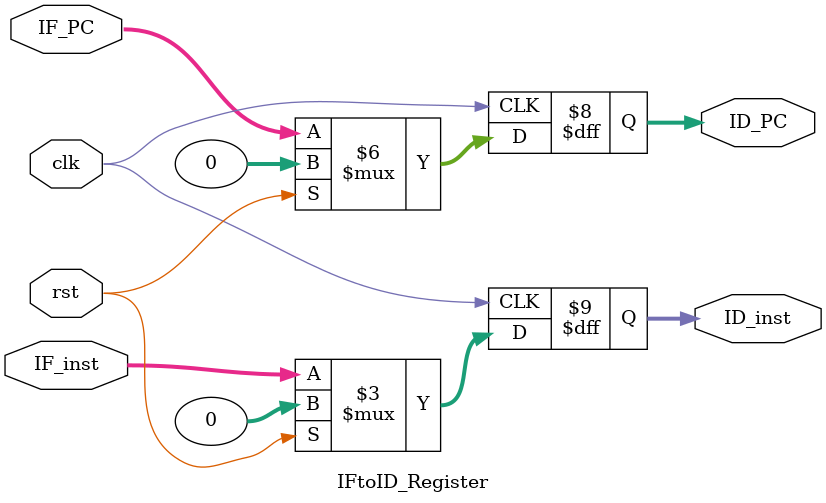
<source format=v>
module IFtoID_Register (
    input wire clk, rst,
    input wire [31:0] IF_PC, IF_inst,
    output reg [31:0] ID_PC, ID_inst);
 
 
  always @ (posedge clk) begin
    if (rst) begin
        ID_PC <= 0;
        ID_inst <= 0;
    end
    else begin
        ID_PC <= IF_PC;
        ID_inst <= IF_inst;
    end
  end
endmodule

</source>
